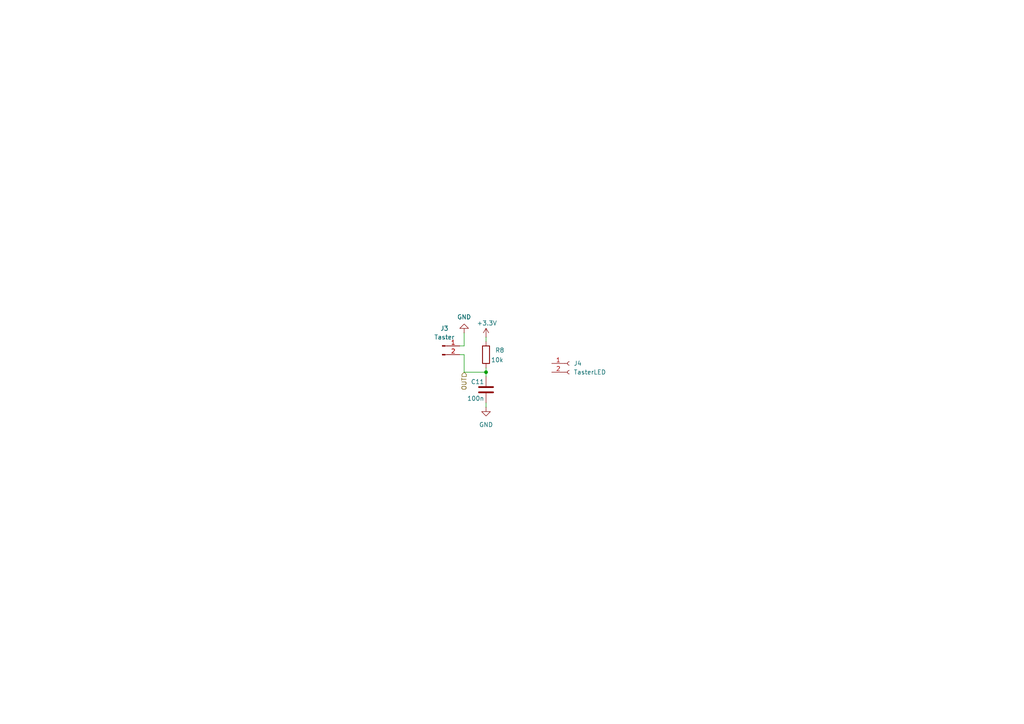
<source format=kicad_sch>
(kicad_sch (version 20250114) (generator "eeschema") (generator_version "9.0")
  (paper "A4")
  (lib_symbols
    (symbol "Connector:Conn_01x02_Pin" (pin_names (offset 1.016) (hide yes))
      (property "Reference" "J" (at 0 2.54 0))
      (property "Value" "Conn_01x02_Pin" (at 0 -5.08 0))
      (symbol "Conn_01x02_Pin_1_1"
        (rectangle (start 0.8636 0.127) (end 0 -0.127) (stroke (width 0.1524)) (fill (type outline)))
        (rectangle (start 0.8636 -2.413) (end 0 -2.667) (stroke (width 0.1524)) (fill (type outline)))
        (polyline (pts (xy 1.27 0) (xy 0.8636 0)) (stroke (width 0.1524)))
        (polyline (pts (xy 1.27 -2.54) (xy 0.8636 -2.54)) (stroke (width 0.1524)))
        (pin passive line (at 5.08 0 180) (length 3.81) (name "Pin_1") (number "1"))
        (pin passive line (at 5.08 -2.54 180) (length 3.81) (name "Pin_2") (number "2"))
      )
    )
    (symbol "Connector:Conn_01x02_Socket" (pin_names (offset 1.016) (hide yes))
      (property "Reference" "J" (at 0 2.54 0))
      (property "Value" "Conn_01x02_Socket" (at 0 -5.08 0))
      (symbol "Conn_01x02_Socket_1_1"
        (polyline (pts (xy -1.27 0) (xy -0.508 0)) (stroke (width 0.1524)))
        (polyline (pts (xy -1.27 -2.54) (xy -0.508 -2.54)) (stroke (width 0.1524)))
        (arc (start 0 -0.508) (mid -0.5058 0) (end 0 0.508) (stroke (width 0.1524)))
        (arc (start 0 -3.048) (mid -0.5058 -2.54) (end 0 -2.032) (stroke (width 0.1524)))
        (pin passive line (at -5.08 0 0) (length 3.81) (name "Pin_1") (number "1"))
        (pin passive line (at -5.08 -2.54 0) (length 3.81) (name "Pin_2") (number "2"))
      )
    )
    (symbol "Device:C" (pin_numbers (hide yes)) (pin_names (offset 0.254))
      (property "Reference" "C" (at 0.635 2.54 0))
      (property "Value" "C" (at 0.635 -2.54 0))
      (symbol "C_0_1"
        (polyline (pts (xy -2.032 0.762) (xy 2.032 0.762)) (stroke (width 0.508)))
        (polyline (pts (xy -2.032 -0.762) (xy 2.032 -0.762)) (stroke (width 0.508)))
      )
      (symbol "C_1_1"
        (pin passive line (at 0 3.81 270) (length 2.794) (name "~") (number "1"))
        (pin passive line (at 0 -3.81 90) (length 2.794) (name "~") (number "2"))
      )
    )
    (symbol "Device:R" (pin_numbers (hide yes)) (pin_names (offset 0))
      (property "Reference" "R" (at 2.032 0 90))
      (property "Value" "R" (at 0 0 90))
      (symbol "R_0_1"
        (rectangle (start -1.016 -2.54) (end 1.016 2.54) (stroke (width 0.254)))
      )
      (symbol "R_1_1"
        (pin passive line (at 0 3.81 270) (length 1.27) (name "~") (number "1"))
        (pin passive line (at 0 -3.81 90) (length 1.27) (name "~") (number "2"))
      )
    )
    (symbol "power:+3.3V" (power) (pin_numbers (hide yes)) (pin_names (offset 0) (hide yes))
      (property "Value" "+3.3V" (at 0 3.556 0))
      (symbol "+3.3V_0_1"
        (polyline (pts (xy -0.762 1.27) (xy 0 2.54)))
        (polyline (pts (xy 0 2.54) (xy 0.762 1.27)))
        (polyline (pts (xy 0 0) (xy 0 2.54)))
      )
      (symbol "+3.3V_1_1"
        (pin power_in line (at 0 0 90) (length 0) (name "~") (number "1"))
      )
    )
    (symbol "power:GND" (power) (pin_numbers (hide yes)) (pin_names (offset 0) (hide yes))
      (property "Value" "GND" (at 0 -3.81 0))
      (symbol "GND_0_1"
        (polyline (pts (xy 0 0) (xy 0 -1.27) (xy 1.27 -1.27) (xy 0 -2.54) (xy -1.27 -1.27) (xy 0 -1.27)))
      )
      (symbol "GND_1_1"
        (pin power_in line (at 0 0 270) (length 0) (name "~") (number "1"))
      )
    )
  )
  (junction (at 140.97 107.95))
  (wire (pts (xy 140.97 109.22) (xy 140.97 107.95)))
  (wire (pts (xy 140.97 106.68) (xy 140.97 107.95)))
  (wire (pts (xy 140.97 99.06) (xy 140.97 97.79)))
  (wire (pts (xy 134.62 96.52) (xy 134.62 100.33)))
  (wire (pts (xy 134.62 107.95) (xy 140.97 107.95)))
  (wire (pts (xy 134.62 100.33) (xy 133.35 100.33)))
  (wire (pts (xy 134.62 102.87) (xy 133.35 102.87)))
  (wire (pts (xy 140.97 118.11) (xy 140.97 116.84)))
  (wire (pts (xy 134.62 102.87) (xy 134.62 107.95)))
  (hierarchical_label "OUT" (shape input) (at 134.62 107.95 270))
  (symbol (lib_id "power:+3.3V") (at 140.97 97.79 0) (unit 1)
    (property "Reference" "#PWR046" (effects (hide yes)))
    (property "Value" "+3.3V" (at 141.224 93.726 0))
    (property "Description" "Power symbol creates a global label with name \"+3.3V\"" (effects (hide yes)))
  )
  (symbol (lib_id "Connector:Conn_01x02_Socket") (at 165.1 105.41 0) (unit 1)
    (property "Reference" "J4" (at 166.37 105.4099 0) (effects (justify left)))
    (property "Value" "TasterLED" (at 166.37 107.9499 0) (effects (justify left)))
    (property "Footprint" "Connector_PinHeader_2.54mm:PinHeader_1x02_P2.54mm_Vertical" (effects (hide yes)))
    (property "Description" "Generic connector, single row, 01x02, script generated" (effects (hide yes)))
  )
  (symbol (lib_id "power:GND") (at 134.62 96.52 180) (unit 1)
    (property "Reference" "#PWR045" (effects (hide yes)))
    (property "Value" "GND" (at 136.652 91.948 0) (effects (justify left)))
    (property "Description" "Power symbol creates a global label with name \"GND\" , ground" (effects (hide yes)))
  )
  (symbol (lib_id "Device:C") (at 140.97 113.03 180) (unit 1)
    (property "Reference" "C11" (at 140.462 110.744 0) (effects (justify left)))
    (property "Value" "100n" (at 140.462 115.57 0) (effects (justify left)))
    (property "Footprint" "Capacitor_SMD:C_0603_1608Metric" (effects (hide yes)))
    (property "Description" "Unpolarized capacitor" (effects (hide yes)))
  )
  (symbol (lib_id "Connector:Conn_01x02_Pin") (at 128.27 100.33 0) (unit 1)
    (property "Reference" "J3" (at 128.905 95.25 0))
    (property "Value" "Taster" (at 128.905 97.79 0))
    (property "Footprint" "Connector_PinHeader_2.54mm:PinHeader_1x02_P2.54mm_Vertical" (effects (hide yes)))
    (property "Description" "Generic connector, single row, 01x02, script generated" (effects (hide yes)))
  )
  (symbol (lib_id "power:GND") (at 140.97 118.11 0) (unit 1)
    (property "Reference" "#PWR047" (effects (hide yes)))
    (property "Value" "GND" (at 140.97 123.19 0))
    (property "Description" "Power symbol creates a global label with name \"GND\" , ground" (effects (hide yes)))
  )
  (symbol (lib_id "Device:R") (at 140.97 102.87 180) (unit 1)
    (property "Reference" "R8" (at 146.304 101.6 0) (effects (justify left)))
    (property "Value" "10k" (at 146.05 104.394 0) (effects (justify left)))
    (property "Footprint" "Resistor_SMD:R_0603_1608Metric" (effects (hide yes)))
    (property "Description" "Resistor" (effects (hide yes)))
  )
)
</source>
